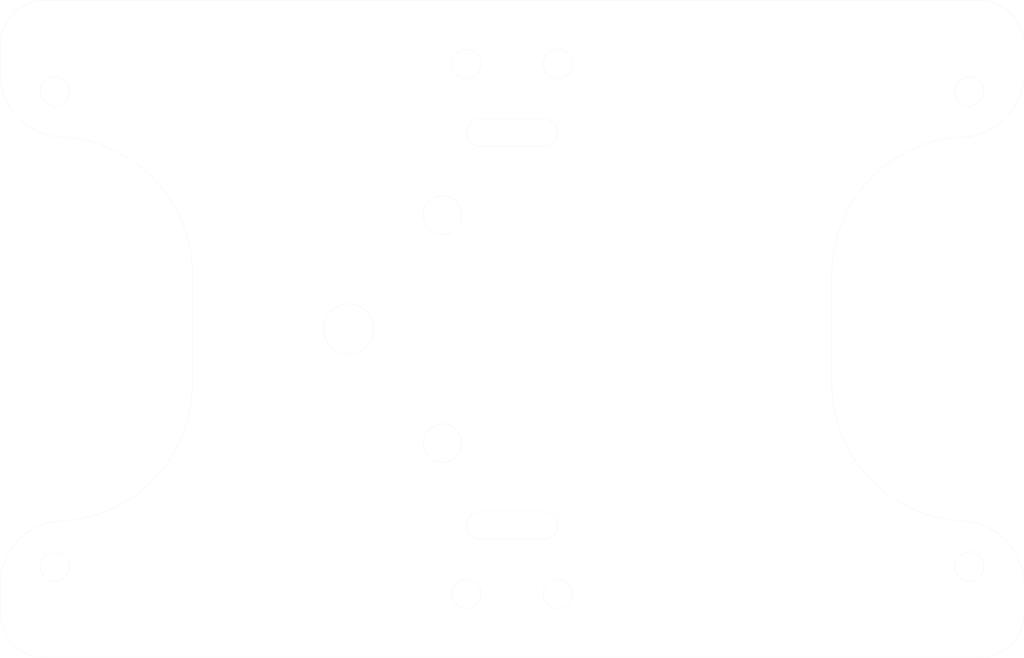
<source format=kicad_pcb>
(kicad_pcb (version 20221018) (generator pcbnew)

  (general
    (thickness 1.6)
  )

  (paper "A3")
  (layers
    (0 "F.Cu" signal)
    (31 "B.Cu" signal)
    (32 "B.Adhes" user "B.Adhesive")
    (33 "F.Adhes" user "F.Adhesive")
    (34 "B.Paste" user)
    (35 "F.Paste" user)
    (36 "B.SilkS" user "B.Silkscreen")
    (37 "F.SilkS" user "F.Silkscreen")
    (38 "B.Mask" user)
    (39 "F.Mask" user)
    (40 "Dwgs.User" user "User.Drawings")
    (41 "Cmts.User" user "User.Comments")
    (42 "Eco1.User" user "User.Eco1")
    (43 "Eco2.User" user "User.Eco2")
    (44 "Edge.Cuts" user)
    (45 "Margin" user)
    (46 "B.CrtYd" user "B.Courtyard")
    (47 "F.CrtYd" user "F.Courtyard")
    (48 "B.Fab" user)
    (49 "F.Fab" user)
    (50 "User.1" user)
    (51 "User.2" user)
    (52 "User.3" user)
    (53 "User.4" user)
    (54 "User.5" user)
    (55 "User.6" user)
    (56 "User.7" user)
    (57 "User.8" user)
    (58 "User.9" user)
  )

  (setup
    (stackup
      (layer "F.SilkS" (type "Top Silk Screen"))
      (layer "F.Paste" (type "Top Solder Paste"))
      (layer "F.Mask" (type "Top Solder Mask") (thickness 0.01))
      (layer "F.Cu" (type "copper") (thickness 0.035))
      (layer "dielectric 1" (type "core") (thickness 1.51) (material "FR4") (epsilon_r 4.5) (loss_tangent 0.02))
      (layer "B.Cu" (type "copper") (thickness 0.035))
      (layer "B.Mask" (type "Bottom Solder Mask") (thickness 0.01))
      (layer "B.Paste" (type "Bottom Solder Paste"))
      (layer "B.SilkS" (type "Bottom Silk Screen"))
      (copper_finish "None")
      (dielectric_constraints no)
    )
    (pad_to_mask_clearance 0)
    (aux_axis_origin 150 150)
    (pcbplotparams
      (layerselection 0x00010fc_ffffffff)
      (plot_on_all_layers_selection 0x0000000_00000000)
      (disableapertmacros false)
      (usegerberextensions false)
      (usegerberattributes true)
      (usegerberadvancedattributes true)
      (creategerberjobfile true)
      (dashed_line_dash_ratio 12.000000)
      (dashed_line_gap_ratio 3.000000)
      (svgprecision 6)
      (plotframeref false)
      (viasonmask false)
      (mode 1)
      (useauxorigin false)
      (hpglpennumber 1)
      (hpglpenspeed 20)
      (hpglpendiameter 15.000000)
      (dxfpolygonmode true)
      (dxfimperialunits true)
      (dxfusepcbnewfont true)
      (psnegative false)
      (psa4output false)
      (plotreference true)
      (plotvalue true)
      (plotinvisibletext false)
      (sketchpadsonfab false)
      (subtractmaskfromsilk false)
      (outputformat 1)
      (mirror false)
      (drillshape 0)
      (scaleselection 1)
      (outputdirectory "MFR/")
    )
  )

  (net 0 "")

  (gr_line (start 146.5 127) (end 153.5 127)
    (stroke (width 0.01) (type solid)) (layer "Edge.Cuts") (tstamp 014ff17b-68c6-49b3-adf5-8b3e7e98aabb))
  (gr_line (start 201.000019 114) (end 98.99953 113.999995)
    (stroke (width 0.01) (type solid)) (layer "Edge.Cuts") (tstamp 03170a16-699b-4bf4-8986-cec579b79843))
  (gr_arc (start 184.973939 143.978431) (mid 189.135107 133.609258) (end 199.309902 128.993136)
    (stroke (width 0.01) (type solid)) (layer "Edge.Cuts") (tstamp 05f1666c-54ea-438a-9fb7-7a962c9bdabe))
  (gr_circle (center 200.000018 176) (end 201.600018 176)
    (stroke (width 0.01) (type solid)) (fill none) (layer "Edge.Cuts") (tstamp 0cd5b316-0722-44b8-98c3-6bc68c99f60b))
  (gr_circle (center 145.000366 178.999647) (end 146.600366 178.999647)
    (stroke (width 0.01) (type solid)) (fill none) (layer "Edge.Cuts") (tstamp 12e166f2-db0f-4f88-b753-da53ee90bd9d))
  (gr_arc (start 199.309902 171.006864) (mid 204.058128 173.161061) (end 206.000018 178.000001)
    (stroke (width 0.01) (type solid)) (layer "Edge.Cuts") (tstamp 13f16eda-91e4-4248-8da0-ef5818d9326a))
  (gr_arc (start 98.99953 186.000005) (mid 95.463996 184.535539) (end 93.99953 181.000005)
    (stroke (width 0.01) (type solid)) (layer "Edge.Cuts") (tstamp 1a49822d-aa12-4670-a4a7-ab8b36368666))
  (gr_circle (center 155 120.999999) (end 156.6 120.999999)
    (stroke (width 0.01) (type solid)) (fill none) (layer "Edge.Cuts") (tstamp 23d57d48-d95f-4851-a2d4-778f2fc34f61))
  (gr_line (start 146.5 173) (end 153.5 173)
    (stroke (width 0.01) (type solid)) (layer "Edge.Cuts") (tstamp 2c908b3c-d2d5-4367-9fb6-b12a6b9699bd))
  (gr_line (start 184.973939 156.021569) (end 184.973939 143.978431)
    (stroke (width 0.01) (type solid)) (layer "Edge.Cuts") (tstamp 30cd818b-58e0-41cf-8c02-9a97ad13618e))
  (gr_arc (start 206.000018 181) (mid 204.535553 184.53554) (end 201.000019 186)
    (stroke (width 0.01) (type solid)) (layer "Edge.Cuts") (tstamp 31018464-3a0b-4572-a50b-afd9840e6de2))
  (gr_circle (center 99.99953 123.999995) (end 101.59953 123.999995)
    (stroke (width 0.01) (type solid)) (fill none) (layer "Edge.Cuts") (tstamp 51f0ed05-143d-4247-8b59-078273d8b928))
  (gr_line (start 153.5 130) (end 146.5 130)
    (stroke (width 0.01) (type solid)) (layer "Edge.Cuts") (tstamp 5fea5498-46ee-46e8-aa58-1e8c499fa981))
  (gr_circle (center 142.379489 162.499996) (end 144.479489 162.499996)
    (stroke (width 0.01) (type solid)) (fill none) (layer "Edge.Cuts") (tstamp 69903eef-e2a6-44cd-aecf-ea8a3bbb7e3c))
  (gr_arc (start 146.5 173) (mid 145 171.5) (end 146.5 170)
    (stroke (width 0.01) (type solid)) (layer "Edge.Cuts") (tstamp 6e7d322b-800f-4d2e-889e-ca84ab0e9d0f))
  (gr_arc (start 201.000019 114) (mid 204.535541 115.464473) (end 206.000018 119)
    (stroke (width 0.01) (type solid)) (layer "Edge.Cuts") (tstamp 77e627d3-be67-4c81-bc59-935ffe50f217))
  (gr_arc (start 199.309902 171.006864) (mid 189.135108 166.390741) (end 184.973939 156.021569)
    (stroke (width 0.01) (type solid)) (layer "Edge.Cuts") (tstamp 7b208599-d493-4d9f-b642-d2b566e48b58))
  (gr_line (start 93.99953 119.000007) (end 93.99953 121.999994)
    (stroke (width 0.01) (type solid)) (layer "Edge.Cuts") (tstamp 82edcc5b-351e-48fe-a192-9487b82e6f7c))
  (gr_line (start 98.99953 186.000005) (end 201.000019 186)
    (stroke (width 0.01) (type solid)) (layer "Edge.Cuts") (tstamp 84a15bee-ad9c-4336-8999-2c07f5b90989))
  (gr_arc (start 153.5 170) (mid 155 171.5) (end 153.5 173)
    (stroke (width 0.01) (type solid)) (layer "Edge.Cuts") (tstamp 8581ba43-e72b-4160-9b0f-a8849b76f22f))
  (gr_line (start 206.000018 181) (end 206.000018 178.000001)
    (stroke (width 0.01) (type solid)) (layer "Edge.Cuts") (tstamp 8dd4773b-ec9e-485b-a85e-ab410a69cd00))
  (gr_arc (start 93.999525 177.999996) (mid 95.941404 173.161049) (end 100.689642 171.006859)
    (stroke (width 0.01) (type solid)) (layer "Edge.Cuts") (tstamp 9ab957fb-c3d5-4001-828e-72b02549293c))
  (gr_arc (start 115.025607 156.021566) (mid 110.864437 166.390737) (end 100.689642 171.006859)
    (stroke (width 0.01) (type solid)) (layer "Edge.Cuts") (tstamp 9c31d821-a03b-415d-aa76-ade09fee0705))
  (gr_arc (start 93.99953 118.999995) (mid 95.463996 115.464461) (end 98.99953 113.999995)
    (stroke (width 0.01) (type solid)) (layer "Edge.Cuts") (tstamp a580d835-f4b8-4823-a23e-5f994de49a90))
  (gr_arc (start 100.689646 128.993132) (mid 95.941408 126.838941) (end 93.99953 121.999994)
    (stroke (width 0.01) (type solid)) (layer "Edge.Cuts") (tstamp aacca193-5f3c-4d23-8d5a-a34b09fa62fb))
  (gr_line (start 115.025608 143.978428) (end 115.025607 156.021566)
    (stroke (width 0.01) (type solid)) (layer "Edge.Cuts") (tstamp afd83fd3-e6bb-4d6a-9e71-eb5be992b4f9))
  (gr_arc (start 100.689646 128.993132) (mid 110.86444 133.609256) (end 115.025608 143.978428)
    (stroke (width 0.01) (type solid)) (layer "Edge.Cuts") (tstamp c2dca3f5-84ec-4aa3-ba4f-d3cba7da7f34))
  (gr_line (start 206.000018 121.999999) (end 206.000018 119)
    (stroke (width 0.01) (type solid)) (layer "Edge.Cuts") (tstamp d4122c5f-75fe-4e3a-97d1-0bbfecdeedc2))
  (gr_circle (center 99.999525 175.999996) (end 101.599525 175.999996)
    (stroke (width 0.01) (type solid)) (fill none) (layer "Edge.Cuts") (tstamp d6684e19-de35-4478-ba9c-e284c30afd6f))
  (gr_circle (center 132.130017 149.999995) (end 134.880017 149.999995)
    (stroke (width 0.01) (type solid)) (fill none) (layer "Edge.Cuts") (tstamp da895dcd-4403-40db-953c-85dca86e0d31))
  (gr_arc (start 146.5 130) (mid 145 128.5) (end 146.5 127)
    (stroke (width 0.01) (type solid)) (layer "Edge.Cuts") (tstamp dc3e9973-cd8c-4da5-9a17-afd41180bf99))
  (gr_circle (center 200.000018 124) (end 201.600018 124)
    (stroke (width 0.01) (type solid)) (fill none) (layer "Edge.Cuts") (tstamp e28b6a06-9ba7-4d47-acc8-6f4e8ba276d8))
  (gr_circle (center 142.379493 137.499996) (end 144.479493 137.499996)
    (stroke (width 0.01) (type solid)) (fill none) (layer "Edge.Cuts") (tstamp e3319f96-633a-48b5-8c78-74be4bf0c73a))
  (gr_circle (center 145 120.999999) (end 146.6 120.999999)
    (stroke (width 0.01) (type solid)) (fill none) (layer "Edge.Cuts") (tstamp e40f2a6c-04ff-4fb9-82f4-6629509298ad))
  (gr_circle (center 155.000366 178.999647) (end 156.600366 178.999647)
    (stroke (width 0.01) (type solid)) (fill none) (layer "Edge.Cuts") (tstamp e457e926-914b-4584-be31-4a8f2db67b6a))
  (gr_arc (start 206.000018 121.999999) (mid 204.058141 126.838952) (end 199.309902 128.993136)
    (stroke (width 0.01) (type solid)) (layer "Edge.Cuts") (tstamp e9c0624a-d12a-4c2d-9725-d22fd9bbfc9f))
  (gr_arc (start 153.5 127) (mid 155 128.5) (end 153.5 130)
    (stroke (width 0.01) (type solid)) (layer "Edge.Cuts") (tstamp eb81c0a3-3915-4439-bb58-c6954cf8333e))
  (gr_line (start 153.5 170) (end 146.5 170)
    (stroke (width 0.01) (type solid)) (layer "Edge.Cuts") (tstamp ef629048-1909-4232-9498-1699580f797b))
  (gr_line (start 93.999525 177.999996) (end 93.999524 180.999995)
    (stroke (width 0.01) (type solid)) (layer "Edge.Cuts") (tstamp ff2c8679-008d-45b6-bd6a-9ca4cf66250b))

  (group "" (id 536cc2d6-b340-4a92-b848-10bd995513ff)
    (members
      014ff17b-68c6-49b3-adf5-8b3e7e98aabb
      03170a16-699b-4bf4-8986-cec579b79843
      05f1666c-54ea-438a-9fb7-7a962c9bdabe
      0cd5b316-0722-44b8-98c3-6bc68c99f60b
      12e166f2-db0f-4f88-b753-da53ee90bd9d
      13f16eda-91e4-4248-8da0-ef5818d9326a
      1a49822d-aa12-4670-a4a7-ab8b36368666
      23d57d48-d95f-4851-a2d4-778f2fc34f61
      2c908b3c-d2d5-4367-9fb6-b12a6b9699bd
      30cd818b-58e0-41cf-8c02-9a97ad13618e
      31018464-3a0b-4572-a50b-afd9840e6de2
      51f0ed05-143d-4247-8b59-078273d8b928
      5fea5498-46ee-46e8-aa58-1e8c499fa981
      69903eef-e2a6-44cd-aecf-ea8a3bbb7e3c
      6e7d322b-800f-4d2e-889e-ca84ab0e9d0f
      77e627d3-be67-4c81-bc59-935ffe50f217
      7b208599-d493-4d9f-b642-d2b566e48b58
      82edcc5b-351e-48fe-a192-9487b82e6f7c
      84a15bee-ad9c-4336-8999-2c07f5b90989
      8581ba43-e72b-4160-9b0f-a8849b76f22f
      8dd4773b-ec9e-485b-a85e-ab410a69cd00
      9ab957fb-c3d5-4001-828e-72b02549293c
      9c31d821-a03b-415d-aa76-ade09fee0705
      a580d835-f4b8-4823-a23e-5f994de49a90
      aacca193-5f3c-4d23-8d5a-a34b09fa62fb
      afd83fd3-e6bb-4d6a-9e71-eb5be992b4f9
      c2dca3f5-84ec-4aa3-ba4f-d3cba7da7f34
      d4122c5f-75fe-4e3a-97d1-0bbfecdeedc2
      d6684e19-de35-4478-ba9c-e284c30afd6f
      da895dcd-4403-40db-953c-85dca86e0d31
      dc3e9973-cd8c-4da5-9a17-afd41180bf99
      e28b6a06-9ba7-4d47-acc8-6f4e8ba276d8
      e3319f96-633a-48b5-8c78-74be4bf0c73a
      e40f2a6c-04ff-4fb9-82f4-6629509298ad
      e457e926-914b-4584-be31-4a8f2db67b6a
      e9c0624a-d12a-4c2d-9725-d22fd9bbfc9f
      eb81c0a3-3915-4439-bb58-c6954cf8333e
      ef629048-1909-4232-9498-1699580f797b
      ff2c8679-008d-45b6-bd6a-9ca4cf66250b
    )
  )
)

</source>
